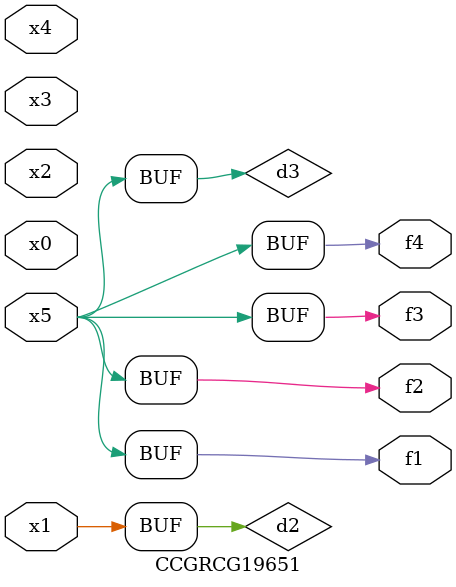
<source format=v>
module CCGRCG19651(
	input x0, x1, x2, x3, x4, x5,
	output f1, f2, f3, f4
);

	wire d1, d2, d3;

	not (d1, x5);
	or (d2, x1);
	xnor (d3, d1);
	assign f1 = d3;
	assign f2 = d3;
	assign f3 = d3;
	assign f4 = d3;
endmodule

</source>
